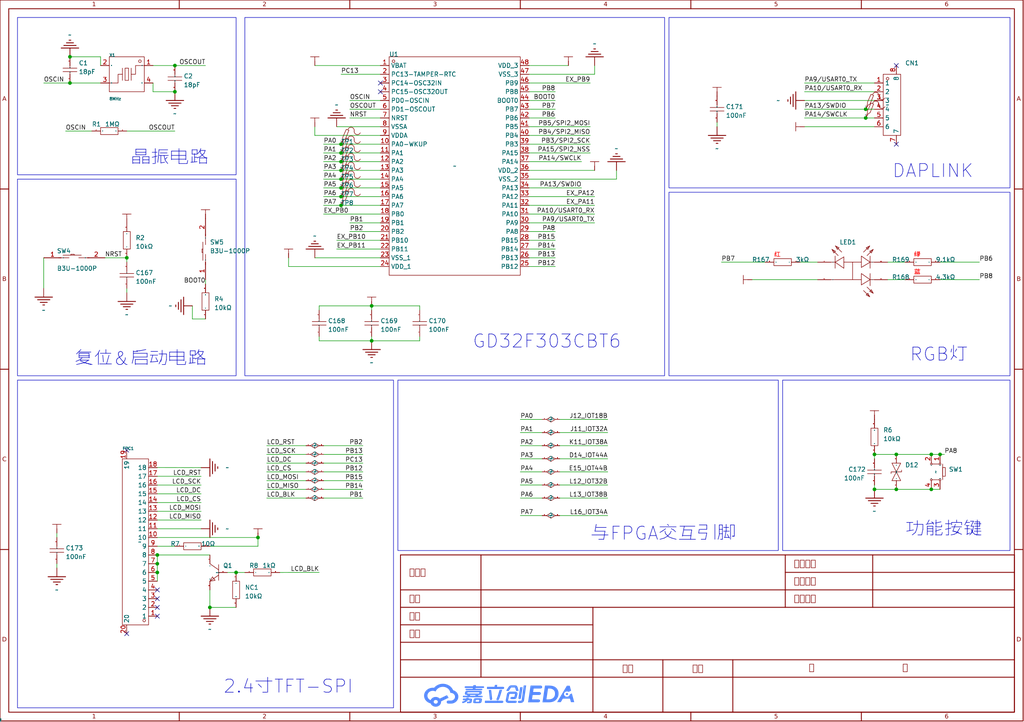
<source format=kicad_sch>
(kicad_sch (version 20250114) (generator "eeschema") (generator_version "9.0")
  (paper "User" 297.434 209.804)
  (lib_symbols
    (symbol "Library:0402CG180J500NT"
      (property "Reference" "C" (at 0 0 0))
      (symbol "0402CG180J500NT_1_0"
        (pin input line (at -3.81 0 0) (length 2.54) (name "1") (number "1"))
        (pin input line (at 3.81 0 180) (length 2.54) (name "2") (number "2"))
      )
    )
    (symbol "Library:0402ESDA-05N"
      (property "Reference" "D" (at 0 0 0))
      (symbol "0402ESDA-05N_1_0"
        (pin input line (at -5.08 0 0) (length 2.54) (name "1") (number "1"))
        (pin input line (at 5.08 0 180) (length 2.54) (name "2") (number "2"))
      )
    )
    (symbol "Library:0402WGF1001TCE"
      (property "Reference" "R" (at 0 0 0))
      (symbol "0402WGF1001TCE_1_0"
        (pin input line (at -5.08 0 0) (length 2.54) (name "1") (number "1"))
        (pin input line (at 5.08 0 180) (length 2.54) (name "2") (number "2"))
      )
    )
    (symbol "Library:0402WGF1002TCE"
      (property "Reference" "R" (at 0 0 0))
      (symbol "0402WGF1002TCE_1_0"
        (pin input line (at -5.08 0 0) (length 2.54) (name "1") (number "1"))
        (pin input line (at 5.08 0 180) (length 2.54) (name "2") (number "2"))
      )
    )
    (symbol "Library:0402WGF1004TCE"
      (property "Reference" "R" (at 0 0 0))
      (symbol "0402WGF1004TCE_1_0"
        (pin input line (at -5.08 0 0) (length 2.54) (name "1") (number "1"))
        (pin input line (at 5.08 0 180) (length 2.54) (name "2") (number "2"))
      )
    )
    (symbol "Library:0402WGF100JTCE"
      (property "Reference" "R" (at 0 0 0))
      (symbol "0402WGF100JTCE_1_0"
        (pin input line (at -5.08 0 0) (length 2.54) (name "1") (number "1"))
        (pin input line (at 5.08 0 180) (length 2.54) (name "2") (number "2"))
      )
    )
    (symbol "Library:0402WGF3001TCE"
      (property "Reference" "R" (at 0 0 0))
      (symbol "0402WGF3001TCE_1_0"
        (pin input line (at -5.08 0 0) (length 2.54) (name "1") (number "1"))
        (pin input line (at 5.08 0 180) (length 2.54) (name "2") (number "2"))
      )
    )
    (symbol "Library:0402WGF4301TCE"
      (property "Reference" "R" (at 0 0 0))
      (symbol "0402WGF4301TCE_1_0"
        (pin input line (at -5.08 0 0) (length 2.54) (name "1") (number "1"))
        (pin input line (at 5.08 0 180) (length 2.54) (name "2") (number "2"))
      )
    )
    (symbol "Library:0402WGF9101TCE"
      (property "Reference" "R" (at 0 0 0))
      (symbol "0402WGF9101TCE_1_0"
        (pin input line (at -5.08 0 0) (length 2.54) (name "1") (number "1"))
        (pin input line (at 5.08 0 180) (length 2.54) (name "2") (number "2"))
      )
    )
    (symbol "Library:B3U-1000P"
      (property "Reference" "SW" (at 0 0 0))
      (symbol "B3U-1000P_1_0"
        (pin unspecified line (at -10.16 0 0) (length 5.08) (name "1") (number "1"))
        (pin unspecified line (at 7.62 0 180) (length 5.08) (name "2") (number "2"))
      )
    )
    (symbol "Library:CL05B104KO5NNNC"
      (property "Reference" "C" (at 0 0 0))
      (symbol "CL05B104KO5NNNC_1_0"
        (pin input line (at -3.81 0 0) (length 2.54) (name "1") (number "1"))
        (pin input line (at 3.81 0 180) (length 2.54) (name "2") (number "2"))
      )
    )
    (symbol "Library:E6C0606RGBC3UDA"
      (property "Reference" "LED" (at 0 0 0))
      (symbol "E6C0606RGBC3UDA_1_0"
        (pin input line (at -10.16 2.54 0) (length 3.81) (name "-") (number "1"))
        (pin input line (at -10.16 -2.54 0) (length 3.81) (name "-") (number "3"))
        (pin input line (at 10.16 2.54 180) (length 3.81) (name "+") (number "2"))
        (pin input line (at 10.16 -2.54 180) (length 3.81) (name "-") (number "4"))
      )
    )
    (symbol "Library:FPC-05F-18PH20"
      (property "Reference" "FPC" (at 0 0 0))
      (symbol "FPC-05F-18PH20_1_0"
        (pin input line (at -5.08 21.59 0) (length 2.54) (name "1") (number "1"))
        (pin input line (at -5.08 19.05 0) (length 2.54) (name "2") (number "2"))
        (pin input line (at -5.08 16.51 0) (length 2.54) (name "3") (number "3"))
        (pin input line (at -5.08 13.97 0) (length 2.54) (name "4") (number "4"))
        (pin input line (at -5.08 11.43 0) (length 2.54) (name "5") (number "5"))
        (pin input line (at -5.08 8.89 0) (length 2.54) (name "6") (number "6"))
        (pin input line (at -5.08 6.35 0) (length 2.54) (name "7") (number "7"))
        (pin input line (at -5.08 3.81 0) (length 2.54) (name "8") (number "8"))
        (pin input line (at -5.08 1.27 0) (length 2.54) (name "9") (number "9"))
        (pin input line (at -5.08 -1.27 0) (length 2.54) (name "10") (number "10"))
        (pin input line (at -5.08 -3.81 0) (length 2.54) (name "11") (number "11"))
        (pin input line (at -5.08 -6.35 0) (length 2.54) (name "12") (number "12"))
        (pin input line (at -5.08 -8.89 0) (length 2.54) (name "13") (number "13"))
        (pin input line (at -5.08 -11.43 0) (length 2.54) (name "14") (number "14"))
        (pin input line (at -5.08 -13.97 0) (length 2.54) (name "15") (number "15"))
        (pin input line (at -5.08 -16.51 0) (length 2.54) (name "16") (number "16"))
        (pin input line (at -5.08 -19.05 0) (length 2.54) (name "17") (number "17"))
        (pin input line (at -5.08 -21.59 0) (length 2.54) (name "18") (number "18"))
        (pin input line (at 3.81 26.67 270) (length 2.54) (name "20") (number "20"))
        (pin input line (at 3.81 -26.67 90) (length 2.54) (name "19") (number "19"))
      )
    )
    (symbol "Library:GD32F303CBT6"
      (property "Reference" "U" (at 0 0 0))
      (symbol "GD32F303CBT6_1_0"
        (pin input line (at -21.59 29.21 0) (length 2.54) (name "VBAT") (number "1"))
        (pin input line (at -21.59 26.67 0) (length 2.54) (name "PC13-TAMPER-RTC") (number "2"))
        (pin input line (at -21.59 24.13 0) (length 2.54) (name "PC14-OSC32IN") (number "3"))
        (pin input line (at -21.59 21.59 0) (length 2.54) (name "PC15-OSC32OUT") (number "4"))
        (pin input line (at -21.59 19.05 0) (length 2.54) (name "PD0-OSCIN") (number "5"))
        (pin input line (at -21.59 16.51 0) (length 2.54) (name "PD1-OSCOUT") (number "6"))
        (pin input line (at -21.59 13.97 0) (length 2.54) (name "NRST") (number "7"))
        (pin input line (at -21.59 11.43 0) (length 2.54) (name "VSSA") (number "8"))
        (pin input line (at -21.59 8.89 0) (length 2.54) (name "VDDA") (number "9"))
        (pin input line (at -21.59 6.35 0) (length 2.54) (name "PA0-WKUP") (number "10"))
        (pin input line (at -21.59 3.81 0) (length 2.54) (name "PA1") (number "11"))
        (pin input line (at -21.59 1.27 0) (length 2.54) (name "PA2") (number "12"))
        (pin input line (at -21.59 -1.27 0) (length 2.54) (name "PA3") (number "13"))
        (pin input line (at -21.59 -3.81 0) (length 2.54) (name "PA4") (number "14"))
        (pin input line (at -21.59 -6.35 0) (length 2.54) (name "PA5") (number "15"))
        (pin input line (at -21.59 -8.89 0) (length 2.54) (name "PA6") (number "16"))
        (pin input line (at -21.59 -11.43 0) (length 2.54) (name "PA7") (number "17"))
        (pin input line (at -21.59 -13.97 0) (length 2.54) (name "PB0") (number "18"))
        (pin input line (at -21.59 -16.51 0) (length 2.54) (name "PB1") (number "19"))
        (pin input line (at -21.59 -19.05 0) (length 2.54) (name "PB2") (number "20"))
        (pin input line (at -21.59 -21.59 0) (length 2.54) (name "PB10") (number "21"))
        (pin input line (at -21.59 -24.13 0) (length 2.54) (name "PB11") (number "22"))
        (pin input line (at -21.59 -26.67 0) (length 2.54) (name "VSS_1") (number "23"))
        (pin input line (at -21.59 -29.21 0) (length 2.54) (name "VDD_1") (number "24"))
        (pin input line (at 21.59 29.21 180) (length 2.54) (name "VDD_3") (number "48"))
        (pin input line (at 21.59 26.67 180) (length 2.54) (name "VSS_3") (number "47"))
        (pin input line (at 21.59 24.13 180) (length 2.54) (name "PB9") (number "46"))
        (pin input line (at 21.59 21.59 180) (length 2.54) (name "PB8") (number "45"))
        (pin input line (at 21.59 19.05 180) (length 2.54) (name "BOOT0") (number "44"))
        (pin input line (at 21.59 16.51 180) (length 2.54) (name "PB7") (number "43"))
        (pin input line (at 21.59 13.97 180) (length 2.54) (name "PB6") (number "42"))
        (pin input line (at 21.59 11.43 180) (length 2.54) (name "PB5") (number "41"))
        (pin input line (at 21.59 8.89 180) (length 2.54) (name "PB4") (number "40"))
        (pin input line (at 21.59 6.35 180) (length 2.54) (name "PB3") (number "39"))
        (pin input line (at 21.59 3.81 180) (length 2.54) (name "PA15") (number "38"))
        (pin input line (at 21.59 1.27 180) (length 2.54) (name "PA14") (number "37"))
        (pin input line (at 21.59 -1.27 180) (length 2.54) (name "VDD_2") (number "36"))
        (pin input line (at 21.59 -3.81 180) (length 2.54) (name "VSS_2") (number "35"))
        (pin input line (at 21.59 -6.35 180) (length 2.54) (name "PA13") (number "34"))
        (pin input line (at 21.59 -8.89 180) (length 2.54) (name "PA12") (number "33"))
        (pin input line (at 21.59 -11.43 180) (length 2.54) (name "PA11") (number "32"))
        (pin input line (at 21.59 -13.97 180) (length 2.54) (name "PA10") (number "31"))
        (pin input line (at 21.59 -16.51 180) (length 2.54) (name "PA9") (number "30"))
        (pin input line (at 21.59 -19.05 180) (length 2.54) (name "PA8") (number "29"))
        (pin input line (at 21.59 -21.59 180) (length 2.54) (name "PB15") (number "28"))
        (pin input line (at 21.59 -24.13 180) (length 2.54) (name "PB14") (number "27"))
        (pin input line (at 21.59 -26.67 180) (length 2.54) (name "PB13") (number "26"))
        (pin input line (at 21.59 -29.21 180) (length 2.54) (name "PB12") (number "25"))
      )
    )
    (symbol "Library:Ground-GND" (power) (pin_numbers (hide yes)) (pin_names (hide yes))
      (symbol "Ground-GND_1_0"
        (pin power_in line (at 0 0 270) (length 2.54) (name "") (number "1"))
      )
    )
    (symbol "Library:PTS815SJK250SMTRLFS"
      (symbol "PTS815SJK250SMTRLFS_1_0"
        (pin input line (at -5.08 1.27 0) (length 2.54) (name "1") (number "1"))
        (pin input line (at -5.08 -1.27 0) (length 2.54) (name "2") (number "2"))
        (pin input line (at 5.08 1.27 180) (length 2.54) (name "3") (number "3"))
        (pin input line (at 5.08 -1.27 180) (length 2.54) (name "4") (number "4"))
      )
    )
    (symbol "Library:Power-VCC" (power) (pin_numbers (hide yes)) (pin_names (hide yes))
      (symbol "Power-VCC_1_0"
        (pin power_in line (at 0 0 90) (length 1.27) (name "+5V_IN") (number "1"))
      )
    )
    (symbol "Library:S8050_C2146"
      (property "Reference" "Q" (at 0 0 0))
      (symbol "S8050_C2146_1_0"
        (pin unspecified line (at -2.54 0 0) (length 2.54) (name "B") (number "1"))
        (pin unspecified line (at 2.54 5.08 270) (length 2.54) (name "C") (number "3"))
        (pin unspecified line (at 2.54 -5.08 90) (length 2.54) (name "E") (number "2"))
      )
    )
    (symbol "Library:Sheet-Symbol_A4"
      (symbol "Sheet-Symbol_A4_1_0"
        (text "A" (at 1.27 180.7972 0) (effects (font (size 1.27 1.27))))
        (text "B" (at 1.27 128.4224 0) (effects (font (size 1.27 1.27))))
        (text "C" (at 1.27 76.0222 0) (effects (font (size 1.27 1.27))))
        (text "D" (at 1.27 23.6474 0) (effects (font (size 1.27 1.27))))
        (text "1" (at 27.305 208.28 0) (effects (font (size 1.27 1.27))))
        (text "1" (at 27.305 1.27 0) (effects (font (size 1.27 1.27))))
        (text "2" (at 76.835 208.28 0) (effects (font (size 1.27 1.27))))
        (text "2" (at 76.835 1.27 0) (effects (font (size 1.27 1.27))))
        (text "原理图" (at 118.872 43.18 0) (effects (font (size 1.905 1.905)) (justify left)))
        (text "图页" (at 118.872 35.56 0) (effects (font (size 1.905 1.905)) (justify left)))
        (text "绘制" (at 118.872 30.48 0) (effects (font (size 1.905 1.905)) (justify left)))
        (text "审阅" (at 118.872 25.4 0) (effects (font (size 1.905 1.905)) (justify left)))
        (text "3" (at 126.365 208.28 0) (effects (font (size 1.27 1.27))))
        (text "3" (at 126.365 1.27 0) (effects (font (size 1.27 1.27))))
        (text "4" (at 175.895 208.28 0) (effects (font (size 1.27 1.27))))
        (text "4" (at 175.895 1.27 0) (effects (font (size 1.27 1.27))))
        (text "版本" (at 182.372 15.24 0) (effects (font (size 1.905 1.905))))
        (text "尺寸" (at 202.692 15.24 0) (effects (font (size 1.905 1.905))))
        (text "5" (at 225.425 208.28 0) (effects (font (size 1.27 1.27))))
        (text "5" (at 225.425 1.27 0) (effects (font (size 1.27 1.27))))
        (text "更新日期" (at 230.632 45.72 0) (effects (font (size 1.905 1.905)) (justify left)))
        (text "创建日期" (at 230.632 40.64 0) (effects (font (size 1.905 1.905)) (justify left)))
        (text "物料编码" (at 230.632 35.56 0) (effects (font (size 1.905 1.905)) (justify left)))
        (text "页" (at 234.95 15.494 0) (effects (font (size 1.905 1.905)) (justify left)))
        (text "共" (at 262.128 15.494 0) (effects (font (size 1.905 1.905)) (justify left)))
        (text "6" (at 274.955 208.28 0) (effects (font (size 1.27 1.27))))
        (text "6" (at 274.955 1.27 0) (effects (font (size 1.27 1.27))))
        (text "A" (at 295.91 180.7972 0) (effects (font (size 1.27 1.27))))
        (text "B" (at 295.91 128.4224 0) (effects (font (size 1.27 1.27))))
        (text "C" (at 295.91 76.0222 0) (effects (font (size 1.27 1.27))))
        (text "D" (at 295.91 23.6474 0) (effects (font (size 1.27 1.27))))
      )
    )
    (symbol "Library:Short-Symbol"
      (symbol "Short-Symbol_1_0"
        (pin input line (at -2.54 0 0) (length 1.27) (name "Pin1") (number "1"))
        (pin input line (at 2.54 0 180) (length 1.27) (name "Pin1") (number "2"))
      )
    )
    (symbol "Library:Test-Point"
      (symbol "Test-Point_1_0"
        (pin input line (at 0 0 90) (length 0.254) (name "1") (number "1"))
      )
    )
    (symbol "Library:WAFER-100W-6A"
      (property "Reference" "CN" (at 0 0 0))
      (symbol "WAFER-100W-6A_1_0"
        (pin unspecified line (at -3.81 6.35 0) (length 2.54) (name "1") (number "1"))
        (pin unspecified line (at -3.81 3.81 0) (length 2.54) (name "2") (number "2"))
        (pin unspecified line (at -3.81 1.27 0) (length 2.54) (name "3") (number "3"))
        (pin unspecified line (at -3.81 -1.27 0) (length 2.54) (name "4") (number "4"))
        (pin unspecified line (at -3.81 -3.81 0) (length 2.54) (name "5") (number "5"))
        (pin unspecified line (at -3.81 -6.35 0) (length 2.54) (name "6") (number "6"))
        (pin unspecified line (at 2.54 11.43 270) (length 2.54) (name "8") (number "8"))
        (pin unspecified line (at 2.54 -11.43 90) (length 2.54) (name "7") (number "7"))
      )
    )
    (symbol "Library:X32258MOB4SI"
      (property "Reference" "X" (at 0 0 0))
      (symbol "X32258MOB4SI_1_0"
        (pin input line (at -7.62 2.54 0) (length 2.54) (name "GND") (number "4"))
        (pin input line (at -7.62 -2.54 0) (length 2.54) (name "1") (number "1"))
        (pin input line (at 7.62 2.54 180) (length 2.54) (name "3") (number "3"))
        (pin input line (at 7.62 -2.54 180) (length 2.54) (name "GND") (number "2"))
      )
    )
  )
  (rectangle (start 5.08 52.07) (end 68.58 109.22))
  (rectangle (start 71.12 5.08) (end 193.04 109.22))
  (rectangle (start 115.57 110.49) (end 226.06 160.02))
  (rectangle (start 194.31 5.08) (end 293.37 54.61))
  (rectangle (start 5.08 5.08) (end 68.58 50.8))
  (rectangle (start 194.31 55.88) (end 293.37 109.22))
  (rectangle (start 5.08 110.49) (end 114.3 205.74))
  (rectangle (start 227.33 110.49) (end 293.37 160.02))
  (text "绿" (at 265.43 74.93 0) (effects (font (size 1.27 1.27)) (justify left bottom)))
  (text "2.4寸TFT-SPI" (at 64.77 201.93 0) (effects (font (size 3.81 3.81)) (justify left bottom)))
  (text "功能按键" (at 262.89 156.21 0) (effects (font (size 3.81 3.81)) (justify left bottom)))
  (text "蓝" (at 265.43 80.01 0) (effects (font (size 1.27 1.27)) (justify left bottom)))
  (text "DAPLINK" (at 259.08 52.07 0) (effects (font (size 3.81 3.81)) (justify left bottom)))
  (text "红" (at 224.79 74.93 0) (effects (font (size 1.27 1.27)) (justify left bottom)))
  (text "与FPGA交互引脚" (at 171.45 157.48 0) (effects (font (size 3.81 3.81)) (justify left bottom)))
  (text "GD32F303CBT6" (at 137.16 101.6 0) (effects (font (size 3.81 3.81)) (justify left bottom)))
  (text "RGB灯" (at 264.16 105.41 0) (effects (font (size 3.81 3.81)) (justify left bottom)))
  (text "复位&启动电路" (at 21.59 106.68 0) (effects (font (size 3.81 3.81)) (justify left bottom)))
  (text "晶振电路" (at 38.1 48.26 0) (effects (font (size 3.81 3.81)) (justify left bottom)))
  (junction (at 99.06 57.15))
  (junction (at 260.35 142.24))
  (junction (at 273.05 132.08))
  (junction (at 260.35 132.08))
  (junction (at 99.06 54.61))
  (junction (at 107.95 88.9))
  (junction (at 60.96 176.5554))
  (junction (at 270.51 142.24))
  (junction (at 251.46 34.29))
  (junction (at 45.6946 166.3954))
  (junction (at 50.8 26.67))
  (junction (at 99.06 41.91))
  (junction (at 270.51 132.08))
  (junction (at 99.06 44.45))
  (junction (at 254 142.24))
  (junction (at 20.32 16.51))
  (junction (at 251.46 31.75))
  (junction (at 45.6946 161.3154))
  (junction (at 107.95 99.06))
  (junction (at 20.32 24.13))
  (junction (at 68.58 166.3954))
  (junction (at 50.8 19.05))
  (junction (at 74.93 156.2354))
  (junction (at 254 132.08))
  (junction (at 99.06 52.07))
  (junction (at 36.83 74.93))
  (junction (at 99.06 46.99))
  (junction (at 99.06 49.53))
  (junction (at 99.06 59.69))
  (junction (at 45.6946 163.8554))
  (no_connect (at 110.49 26.67))
  (no_connect (at 36.8046 184.1754))
  (no_connect (at 110.49 24.13))
  (no_connect (at 45.6946 179.0954))
  (no_connect (at 45.6946 171.4754))
  (no_connect (at 45.6946 174.0154))
  (no_connect (at 45.6946 176.5554))
  (no_connect (at 260.35 19.05))
  (no_connect (at 260.35 41.91))
  (no_connect (at 36.8046 130.8354))
  (wire (pts (xy 16.51 156.21) (xy 16.51 154.94)))
  (wire (pts (xy 110.49 36.83) (xy 97.79 36.83)))
  (wire (pts (xy 44.45 19.05) (xy 50.8 19.05)))
  (wire (pts (xy 107.95 99.06) (xy 92.71 99.06)))
  (wire (pts (xy 58.42 148.6154) (xy 45.72 148.6154)))
  (wire (pts (xy 254 29.21) (xy 233.68 29.21)))
  (wire (pts (xy 254 142.24) (xy 260.35 142.24)))
  (wire (pts (xy 55.88 138.4554) (xy 58.42 138.4554)))
  (wire (pts (xy 260.35 132.08) (xy 270.51 132.08)))
  (wire (pts (xy 36.83 76.2) (xy 36.83 74.93)))
  (wire (pts (xy 176.53 140.97) (xy 162.56 140.97)))
  (wire (pts (xy 172.72 19.05) (xy 172.72 21.59)))
  (wire (pts (xy 101.6 31.75) (xy 110.49 31.75)))
  (wire (pts (xy 110.49 41.91) (xy 99.06 41.91)))
  (wire (pts (xy 105.41 129.54) (xy 93.98 129.54)))
  (wire (pts (xy 110.49 54.61) (xy 99.06 54.61)))
  (wire (pts (xy 45.6946 138.43) (xy 55.88 138.43)))
  (wire (pts (xy 172.72 59.69) (xy 153.67 59.69)))
  (wire (pts (xy 273.05 81.28) (xy 284.48 81.28)))
  (wire (pts (xy 162.56 149.86) (xy 176.53 149.86)))
  (wire (pts (xy 157.48 140.97) (xy 151.13 140.97)))
  (wire (pts (xy 161.29 34.29) (xy 153.67 34.29)))
  (wire (pts (xy 60.96 176.5554) (xy 60.96 171.4754)))
  (wire (pts (xy 93.98 46.99) (xy 99.06 46.99)))
  (wire (pts (xy 161.29 26.67) (xy 153.67 26.67)))
  (wire (pts (xy 153.67 24.13) (xy 171.45 24.13)))
  (wire (pts (xy 273.05 142.24) (xy 270.51 142.24)))
  (wire (pts (xy 45.6946 163.8554) (xy 45.6946 161.3154)))
  (wire (pts (xy 176.53 125.73) (xy 162.56 125.73)))
  (wire (pts (xy 16.51 165.1) (xy 16.51 163.83)))
  (wire (pts (xy 92.71 88.9) (xy 107.95 88.9)))
  (wire (pts (xy 110.49 46.99) (xy 99.06 46.99)))
  (wire (pts (xy 93.98 41.91) (xy 99.06 41.91)))
  (wire (pts (xy 110.49 44.45) (xy 99.06 44.45)))
  (wire (pts (xy 99.06 21.59) (xy 110.49 21.59)))
  (wire (pts (xy 50.8 38.1) (xy 36.83 38.1)))
  (wire (pts (xy 105.41 134.62) (xy 93.98 134.62)))
  (wire (pts (xy 59.69 82.55) (xy 59.69 81.28)))
  (wire (pts (xy 254 24.13) (xy 233.68 24.13)))
  (wire (pts (xy 110.49 49.53) (xy 99.06 49.53)))
  (wire (pts (xy 92.71 90.17) (xy 92.71 88.9)))
  (wire (pts (xy 26.67 38.1) (xy 19.05 38.1)))
  (wire (pts (xy 157.48 125.73) (xy 151.13 125.73)))
  (wire (pts (xy 12.7 83.82) (xy 12.7 74.93)))
  (wire (pts (xy 12.7 24.13) (xy 20.32 24.13)))
  (wire (pts (xy 254 140.97) (xy 254 142.24)))
  (wire (pts (xy 60.96 158.7754) (xy 74.93 158.7754)))
  (wire (pts (xy 254 31.75) (xy 251.46 31.75)))
  (wire (pts (xy 91.44 39.37) (xy 110.49 39.37)))
  (wire (pts (xy 121.92 97.79) (xy 121.92 99.06)))
  (wire (pts (xy 105.41 144.78) (xy 93.98 144.78)))
  (wire (pts (xy 93.98 59.69) (xy 99.06 59.69)))
  (wire (pts (xy 110.49 72.39) (xy 97.79 72.39)))
  (wire (pts (xy 233.68 31.75) (xy 251.46 31.75)))
  (wire (pts (xy 254 36.83) (xy 233.68 36.83)))
  (wire (pts (xy 161.29 72.39) (xy 153.67 72.39)))
  (wire (pts (xy 176.53 129.54) (xy 162.56 129.54)))
  (wire (pts (xy 29.21 16.51) (xy 20.32 16.51)))
  (wire (pts (xy 176.53 133.35) (xy 162.56 133.35)))
  (wire (pts (xy 50.8 26.67) (xy 44.45 26.67)))
  (wire (pts (xy 50.8 158.7754) (xy 45.6946 158.7754)))
  (wire (pts (xy 105.41 139.7) (xy 93.98 139.7)))
  (wire (pts (xy 208.28 35.56) (xy 208.28 36.83)))
  (wire (pts (xy 121.92 88.9) (xy 107.95 88.9)))
  (wire (pts (xy 110.49 52.07) (xy 99.06 52.07)))
  (wire (pts (xy 153.67 46.99) (xy 168.91 46.99)))
  (wire (pts (xy 83.82 74.93) (xy 83.82 77.47)))
  (wire (pts (xy 105.41 142.24) (xy 93.98 142.24)))
  (wire (pts (xy 110.49 57.15) (xy 99.06 57.15)))
  (wire (pts (xy 105.41 137.16) (xy 93.98 137.16)))
  (wire (pts (xy 68.58 166.3954) (xy 66.04 166.3954)))
  (wire (pts (xy 157.48 144.78) (xy 151.13 144.78)))
  (wire (pts (xy 74.93 156.2354) (xy 45.6946 156.2354)))
  (wire (pts (xy 151.13 149.86) (xy 157.48 149.86)))
  (wire (pts (xy 36.83 74.93) (xy 30.48 74.93)))
  (wire (pts (xy 55.88 92.71) (xy 55.88 88.9)))
  (wire (pts (xy 110.49 67.31) (xy 101.6 67.31)))
  (wire (pts (xy 105.41 132.08) (xy 93.98 132.08)))
  (wire (pts (xy 254 133.35) (xy 254 132.08)))
  (wire (pts (xy 58.42 151.1554) (xy 45.6946 151.1554)))
  (wire (pts (xy 153.67 39.37) (xy 171.45 39.37)))
  (wire (pts (xy 101.6 29.21) (xy 110.49 29.21)))
  (wire (pts (xy 172.72 64.77) (xy 153.67 64.77)))
  (wire (pts (xy 161.29 69.85) (xy 153.67 69.85)))
  (wire (pts (xy 172.72 21.59) (xy 153.67 21.59)))
  (wire (pts (xy 161.29 74.93) (xy 153.67 74.93)))
  (wire (pts (xy 97.79 69.85) (xy 110.49 69.85)))
  (wire (pts (xy 172.72 57.15) (xy 153.67 57.15)))
  (wire (pts (xy 161.29 67.31) (xy 153.67 67.31)))
  (wire (pts (xy 274.32 132.08) (xy 273.05 132.08)))
  (wire (pts (xy 29.21 24.13) (xy 20.32 24.13)))
  (wire (pts (xy 83.82 77.47) (xy 110.49 77.47)))
  (wire (pts (xy 153.67 19.05) (xy 165.1 19.05)))
  (wire (pts (xy 58.42 153.6954) (xy 45.6946 153.6954)))
  (wire (pts (xy 45.72 135.89) (xy 58.42 135.9154)))
  (wire (pts (xy 151.13 121.92) (xy 157.48 121.92)))
  (wire (pts (xy 176.53 137.16) (xy 162.56 137.16)))
  (wire (pts (xy 58.42 146.0754) (xy 45.72 146.0754)))
  (wire (pts (xy 77.47 137.16) (xy 88.9 137.16)))
  (wire (pts (xy 44.45 26.67) (xy 44.45 24.13)))
  (wire (pts (xy 157.48 133.35) (xy 151.13 133.35)))
  (wire (pts (xy 77.47 142.24) (xy 88.9 142.24)))
  (wire (pts (xy 237.49 81.28) (xy 218.44 81.28)))
  (wire (pts (xy 121.92 99.06) (xy 107.95 99.06)))
  (wire (pts (xy 36.83 85.09) (xy 36.83 83.82)))
  (wire (pts (xy 260.35 132.08) (xy 254 132.08)))
  (wire (pts (xy 260.35 142.24) (xy 270.51 142.24)))
  (wire (pts (xy 273.05 76.2) (xy 284.48 76.2)))
  (wire (pts (xy 29.21 19.05) (xy 29.21 16.51)))
  (wire (pts (xy 161.29 29.21) (xy 153.67 29.21)))
  (wire (pts (xy 254 26.67) (xy 233.68 26.67)))
  (wire (pts (xy 77.47 129.54) (xy 88.9 129.54)))
  (wire (pts (xy 254 34.29) (xy 251.46 34.29)))
  (wire (pts (xy 93.98 52.07) (xy 99.06 52.07)))
  (wire (pts (xy 161.29 77.47) (xy 153.67 77.47)))
  (wire (pts (xy 71.12 166.3954) (xy 68.58 166.3954)))
  (wire (pts (xy 74.93 158.7754) (xy 74.93 156.2354)))
  (wire (pts (xy 161.29 31.75) (xy 153.67 31.75)))
  (wire (pts (xy 179.07 49.53) (xy 179.07 52.07)))
  (wire (pts (xy 101.6 34.29) (xy 110.49 34.29)))
  (wire (pts (xy 88.9 139.7) (xy 77.47 139.7)))
  (wire (pts (xy 222.25 76.2) (xy 209.55 76.2)))
  (wire (pts (xy 110.49 59.69) (xy 99.06 59.69)))
  (wire (pts (xy 107.95 97.79) (xy 107.95 99.06)))
  (wire (pts (xy 162.56 121.92) (xy 176.53 121.92)))
  (wire (pts (xy 77.47 144.78) (xy 88.9 144.78)))
  (wire (pts (xy 153.67 49.53) (xy 172.72 49.53)))
  (wire (pts (xy 93.98 54.61) (xy 99.06 54.61)))
  (wire (pts (xy 93.98 57.15) (xy 99.06 57.15)))
  (wire (pts (xy 157.48 137.16) (xy 151.13 137.16)))
  (wire (pts (xy 58.42 140.9954) (xy 45.72 140.9954)))
  (wire (pts (xy 270.51 132.08) (xy 273.05 132.08)))
  (wire (pts (xy 45.6946 166.3954) (xy 45.72 168.9354)))
  (wire (pts (xy 107.95 90.17) (xy 107.95 88.9)))
  (wire (pts (xy 58.42 143.5354) (xy 45.72 143.5354)))
  (wire (pts (xy 60.96 161.3154) (xy 45.6946 161.3154)))
  (wire (pts (xy 59.69 92.71) (xy 55.88 92.71)))
  (wire (pts (xy 81.28 166.3954) (xy 92.71 166.37)))
  (wire (pts (xy 237.49 76.2) (xy 232.41 76.2)))
  (wire (pts (xy 45.6946 166.3954) (xy 45.6946 163.8554)))
  (wire (pts (xy 110.49 62.23) (xy 93.98 62.23)))
  (wire (pts (xy 68.58 176.5554) (xy 60.96 176.5554)))
  (wire (pts (xy 153.67 36.83) (xy 171.45 36.83)))
  (wire (pts (xy 257.81 81.28) (xy 262.89 81.28)))
  (wire (pts (xy 77.47 132.08) (xy 88.9 132.08)))
  (wire (pts (xy 91.44 36.83) (xy 91.44 39.37)))
  (wire (pts (xy 157.48 129.54) (xy 151.13 129.54)))
  (wire (pts (xy 110.49 64.77) (xy 101.6 64.77)))
  (wire (pts (xy 168.91 54.61) (xy 153.67 54.61)))
  (wire (pts (xy 93.98 44.45) (xy 99.06 44.45)))
  (wire (pts (xy 153.67 44.45) (xy 171.45 44.45)))
  (wire (pts (xy 179.07 52.07) (xy 153.67 52.07)))
  (wire (pts (xy 121.92 90.17) (xy 121.92 88.9)))
  (wire (pts (xy 50.8 19.05) (xy 59.69 19.05)))
  (wire (pts (xy 92.71 97.79) (xy 92.71 99.06)))
  (wire (pts (xy 176.53 144.78) (xy 162.56 144.78)))
  (wire (pts (xy 153.67 41.91) (xy 171.45 41.91)))
  (wire (pts (xy 233.68 34.29) (xy 251.46 34.29)))
  (wire (pts (xy 77.47 134.62) (xy 88.9 134.62)))
  (wire (pts (xy 93.98 49.53) (xy 99.06 49.53)))
  (wire (pts (xy 257.81 76.2) (xy 262.89 76.2)))
  (wire (pts (xy 172.72 62.23) (xy 153.67 62.23)))
  (wire (pts (xy 110.49 74.93) (xy 91.44 74.93)))
  (wire (pts (xy 91.44 19.05) (xy 110.49 19.05)))
  (label "BOOT0" (at 161.29 29.21 180))
  (label "PA13/SWDIO" (at 233.68 31.75 0))
  (label "LCD_SCK" (at 77.47 132.08 0))
  (label "LCD_CS" (at 58.42 146.0754 180))
  (label "PA3" (at 151.13 133.35 0))
  (label "PA4" (at 151.13 137.16 0))
  (label "PB15" (at 105.41 139.7 180))
  (label "EX_PB9" (at 171.45 24.13 180))
  (label "PB1" (at 101.6 64.77 0))
  (label "PC13" (at 99.06 21.59 0))
  (label "LCD_DC" (at 77.47 134.62 0))
  (label "PA1" (at 151.13 125.73 0))
  (label "PA6" (at 151.13 144.78 0))
  (label "LCD_SCK" (at 58.42 140.9954 180))
  (label "LCD_BLK" (at 92.71 166.37 180))
  (label "PC13" (at 105.41 134.62 180))
  (label "EX_PA11" (at 172.72 59.69 180))
  (label "L13_IOT38B" (at 176.53 144.78 180))
  (label "EX_PB10" (at 97.79 69.85 0))
  (label "LCD_BLK" (at 77.47 144.78 0))
  (label "PB14" (at 105.41 142.24 180))
  (label "PA7" (at 93.98 59.69 0))
  (label "OSCIN" (at 12.7 24.13 0))
  (label "PA4" (at 93.98 52.07 0))
  (label "PA6" (at 93.98 57.15 0))
  (label "EX_PA12" (at 172.72 57.15 180))
  (label "PA8" (at 161.29 67.31 180))
  (label "J12_IOT18B" (at 176.53 121.92 180))
  (label "PB2" (at 105.41 129.54 180))
  (label "PB13" (at 105.41 132.08 180))
  (label "E15_IOT44B" (at 176.53 137.16 180))
  (label "PB4/SPI2_MISO" (at 171.45 39.37 180))
  (label "PB14" (at 161.29 72.39 180))
  (label "LCD_CS" (at 77.47 137.16 0))
  (label "LCD_RST" (at 58.42 138.4554 180))
  (label "LCD_MISO" (at 58.42 151.1554 180))
  (label "LCD_MOSI" (at 77.47 139.7 0))
  (label "NRST" (at 101.6 34.29 0))
  (label "PA8" (at 274.32 132.08 0))
  (label "PA5" (at 151.13 140.97 0))
  (label "PB13" (at 161.29 74.93 180))
  (label "D14_IOT44A" (at 176.53 133.35 180))
  (label "PB5/SPI2_MOSI" (at 171.45 36.83 180))
  (label "PA10/USART0_RX" (at 172.72 62.23 180))
  (label "EX_PB11" (at 97.79 72.39 0))
  (label "PB6" (at 284.48 76.2 0))
  (label "OSCOUT" (at 59.69 19.05 180))
  (label "PB12" (at 161.29 77.47 180))
  (label "PB1" (at 105.41 144.78 180))
  (label "BOOT0" (at 59.69 82.55 180))
  (label "PA7" (at 151.13 149.86 0))
  (label "PA0" (at 93.98 41.91 0))
  (label "L12_IOT32B" (at 176.53 140.97 180))
  (label "PA2" (at 93.98 46.99 0))
  (label "PA14/SWCLK" (at 233.68 34.29 0))
  (label "PA2" (at 151.13 129.54 0))
  (label "PA0" (at 151.13 121.92 0))
  (label "PB15" (at 161.29 69.85 180))
  (label "PB8" (at 161.29 26.67 180))
  (label "J11_IOT32A" (at 176.53 125.73 180))
  (label "LCD_MOSI" (at 58.42 148.6154 180))
  (label "OSCIN" (at 101.6 29.21 0))
  (label "PB2" (at 101.6 67.31 0))
  (label "L16_IOT34A" (at 176.53 149.86 180))
  (label "PA9/USART0_TX" (at 233.68 24.13 0))
  (label "OSCOUT" (at 101.6 31.75 0))
  (label "PA9/USART0_TX" (at 172.72 64.77 180))
  (label "PB8" (at 284.48 81.28 0))
  (label "PB12" (at 105.41 137.16 180))
  (label "PA5" (at 93.98 54.61 0))
  (label "PA10/USART0_RX" (at 233.68 26.67 0))
  (label "OSCOUT" (at 50.8 38.1 180))
  (label "OSCIN" (at 19.05 38.1 0))
  (label "LCD_MISO" (at 77.47 142.24 0))
  (label "PB3/SPI2_SCK" (at 171.45 41.91 180))
  (label "PA1" (at 93.98 44.45 0))
  (label "PB6" (at 161.29 34.29 180))
  (label "PA15/SPI2_NSS" (at 171.45 44.45 180))
  (label "PA14/SWCLK" (at 168.91 46.99 180))
  (label "EX_PB0" (at 93.98 62.23 0))
  (label "LCD_DC" (at 58.42 143.5354 180))
  (label "LCD_RST" (at 77.47 129.54 0))
  (label "NRST" (at 30.48 74.93 0))
  (label "PA3" (at 93.98 49.53 0))
  (label "PB7" (at 161.29 31.75 180))
  (label "K11_IOT38A" (at 176.53 129.54 180))
  (label "PB7" (at 209.55 76.2 0))
  (label "PA13/SWDIO" (at 168.91 54.61 180))
  (symbol (lib_id "Library:0402WGF4301TCE") (at 267.97 81.28 0) (unit 1)
    (property "Reference" "R168" (at 259.08 81.28 0) (effects (justify left bottom)))
    (property "Value" "4.3kΩ" (at 271.78 81.28 0) (effects (justify left bottom)))
    (property "Footprint" "ProPrj_立创·-easyedapro:R0402" (effects (hide yes)))
    (property "Datasheet" "https://atta.szlcsc.com/upload/public/pdf/source/20200306/C422600_1E6D84923E4A46A82E41ADD87F860B5C.pdf" (effects (hide yes)))
    (property "Description" "电阻类型:厚膜电阻;阻值:4.3kΩ;精度:±1%;功率:62.5mW;最大工作电压:50V;温度系数:±100ppm/°C;" (effects (hide yes)))
    (property "Manufacturer Part" "0402WGF4301TCE" (effects (hide yes)))
    (property "Manufacturer" "UNI-ROYAL(厚声)" (effects (hide yes)))
    (property "Supplier Part" "C25899" (effects (hide yes)))
    (property "Supplier" "LCSC" (effects (hide yes)))
    (property "LCSC Part Name" "4.3kΩ ±1% 62.5mW 厚膜电阻" (effects (hide yes)))
  )
  (symbol (lib_id "Library:Power-VCC") (at 91.44 36.83 0) (unit 1)
    (property "Reference" "#PWR?" (effects (hide yes)))
    (property "Value" "+3.3V" (effects (hide yes)))
    (property "Footprint" "ProPrj_立创·-easyedapro:" (effects (hide yes)))
  )
  (symbol (lib_id "Library:B3U-1000P") (at 22.86 74.93 0) (unit 1)
    (property "Reference" "SW4" (at 16.51 73.66 0) (effects (justify left bottom)))
    (property "Value" "B3U-1000P" (at 16.51 78.74 0) (effects (justify left bottom)))
    (property "Footprint" "ProPrj_立创·-easyedapro:KEY-SMD_B3U-1000PM" (effects (hide yes)))
    (property "Description" "电路结构:单刀单掷;按钮形状:圆形按钮;作用力:153gf;安装方式:立贴;开关长度:3mm;开关宽度:2.5mm;开关高度:1.6mm;触点电流:50mA;额定电压(DC):12V;带灯:-;机械寿命:-;" (effects (hide yes)))
    (property "Manufacturer Part" "B3U-1000P" (effects (hide yes)))
    (property "Manufacturer" "OMRON(欧姆龙)" (effects (hide yes)))
    (property "Supplier Part" "C231329" (effects (hide yes)))
    (property "Supplier" "LCSC" (effects (hide yes)))
    (property "LCSC Part Name" "3*2.5*1.6mm 立贴 轻触开关" (effects (hide yes)))
  )
  (symbol (lib_id "Library:Ground-GND") (at 16.51 165.1 0) (unit 1)
    (property "Reference" "#PWR?" (effects (hide yes)))
    (property "Value" "~" (at 16.51 171.45 0))
    (property "Footprint" "ProPrj_立创·-easyedapro:" (effects (hide yes)))
  )
  (symbol (lib_id "Library:Short-Symbol") (at 91.44 129.54 0) (unit 1)
    (property "Reference" "?" (at 91.44 129.54 0))
    (property "Value" "~" (at 91.44 129.54 0))
    (property "Footprint" "ProPrj_立创·-easyedapro:" (effects (hide yes)))
  )
  (symbol (lib_id "Library:0402WGF100JTCE") (at 55.88 158.7754 0) (unit 1)
    (property "Reference" "R7" (at 49.53 158.7754 0) (effects (justify left bottom)))
    (property "Value" "10Ω" (at 58.42 158.7754 0) (effects (justify left bottom)))
    (property "Footprint" "ProPrj_立创·-easyedapro:R0402" (effects (hide yes)))
    (property "Datasheet" "https://atta.szlcsc.com/upload/public/pdf/source/20200306/C422600_1E6D84923E4A46A82E41ADD87F860B5C.pdf" (effects (hide yes)))
    (property "Description" "电阻类型:厚膜电阻;阻值:10Ω;精度:±1%;功率:62.5mW;温度系数:±200ppm/°C;" (effects (hide yes)))
    (property "Manufacturer Part" "0402WGF100JTCE" (effects (hide yes)))
    (property "Manufacturer" "UNI-ROYAL(厚声)" (effects (hide yes)))
    (property "Supplier Part" "C25077" (effects (hide yes)))
    (property "Supplier" "LCSC" (effects (hide yes)))
    (property "LCSC Part Name" "厚膜电阻 10Ω ±1% 62.5mW" (effects (hide yes)))
  )
  (symbol (lib_id "Library:0402WGF9101TCE") (at 267.97 76.2 0) (unit 1)
    (property "Reference" "R169" (at 259.08 76.2 0) (effects (justify left bottom)))
    (property "Value" "9.1kΩ" (at 271.78 76.2 0) (effects (justify left bottom)))
    (property "Footprint" "ProPrj_立创·-easyedapro:R0402" (effects (hide yes)))
    (property "Datasheet" "https://atta.szlcsc.com/upload/public/pdf/source/20200306/C422600_1E6D84923E4A46A82E41ADD87F860B5C.pdf" (effects (hide yes)))
    (property "Description" "电阻类型:厚膜电阻;阻值:9.1kΩ;精度:±1%;功率:62.5mW;" (effects (hide yes)))
    (property "Manufacturer Part" "0402WGF9101TCE" (effects (hide yes)))
    (property "Manufacturer" "UNI-ROYAL(厚声)" (effects (hide yes)))
    (property "Supplier Part" "C25926" (effects (hide yes)))
    (property "Supplier" "LCSC" (effects (hide yes)))
    (property "LCSC Part Name" "9.1kΩ ±1% 62.5mW" (effects (hide yes)))
  )
  (symbol (lib_id "Library:Ground-GND") (at 208.28 36.83 0) (unit 1)
    (property "Reference" "#PWR?" (effects (hide yes)))
    (property "Value" "~" (at 208.28 43.18 0))
    (property "Footprint" "ProPrj_立创·-easyedapro:" (effects (hide yes)))
  )
  (symbol (lib_id "Library:0402WGF1002TCE") (at 59.69 87.63 90) (unit 1)
    (property "Reference" "R4" (at 62.23 87.63 90) (effects (justify right top)))
    (property "Value" "10kΩ" (at 62.23 90.17 90) (effects (justify right top)))
    (property "Footprint" "ProPrj_立创·-easyedapro:R0402" (effects (hide yes)))
    (property "Datasheet" "https://atta.szlcsc.com/upload/public/pdf/source/20200306/C422600_1E6D84923E4A46A82E41ADD87F860B5C.pdf" (effects (hide yes)))
    (property "Description" "电阻类型:厚膜电阻;阻值:10kΩ;精度:±1%;功率:62.5mW;温度系数:±100ppm/°C;" (effects (hide yes)))
    (property "Manufacturer Part" "0402WGF1002TCE" (effects (hide yes)))
    (property "Manufacturer" "UNI-ROYAL(厚声)" (effects (hide yes)))
    (property "Supplier Part" "C25744" (effects (hide yes)))
    (property "Supplier" "LCSC" (effects (hide yes)))
    (property "LCSC Part Name" "厚膜电阻 10kΩ ±1% 62.5mW" (effects (hide yes)))
  )
  (symbol (lib_id "Library:Sheet-Symbol_A4") (at 0 209.55 0) (unit 1)
    (property "Reference" "?" (at 0 209.55 0))
    (property "Value" "~" (at 0 209.55 0))
    (property "Footprint" "ProPrj_立创·-easyedapro:" (effects (hide yes)))
    (property "@Board Name" "立创·逻辑派FPGA-G1开发板" (effects (hide yes)))
    (property "@Create Date" "2025-01-08" (effects (hide yes)))
    (property "@Create Time" "15:14:26" (effects (hide yes)))
    (property "@Page Count" "10" (effects (hide yes)))
    (property "@Page Name" "GD32F303CBT6" (effects (hide yes)))
    (property "@Page No" "7" (effects (hide yes)))
    (property "@Project Name" "立创·逻辑派FPGA-G1开发板" (effects (hide yes)))
    (property "@Schematic Name" "原理图" (effects (hide yes)))
    (property "@Update Date" "2025-01-08" (effects (hide yes)))
    (property "@Update Time" "15:14:43" (effects (hide yes)))
    (property "Company" "嘉立创EDA" (effects (hide yes)))
    (property "Page Size" "A4" (effects (hide yes)))
    (property "Version" "V1.0" (effects (hide yes)))
  )
  (symbol (lib_id "Library:Short-Symbol") (at 160.02 140.97 0) (unit 1)
    (property "Reference" "?" (at 160.02 140.97 0))
    (property "Value" "~" (at 160.02 140.97 0))
    (property "Footprint" "ProPrj_立创·-easyedapro:" (effects (hide yes)))
  )
  (symbol (lib_id "Library:0402ESDA-05N") (at 260.35 137.16 90) (unit 1)
    (property "Reference" "D12" (at 262.89 135.89 90) (effects (justify right top)))
    (property "Value" "~" (at 260.35 137.16 0))
    (property "Footprint" "ProPrj_立创·-easyedapro:D0402-BI" (effects (hide yes)))
    (property "Datasheet" "https://atta.szlcsc.com/upload/public/pdf/source/20181026/C316049_37ABAC87650F175221BFB473159300DE.pdf" (effects (hide yes)))
    (property "Description" "极性:双向;反向截止电压(Vrwm):5V;钳位电压(Vc)@Ipp:50V;" (effects (hide yes)))
    (property "Manufacturer Part" "0402ESDA-05N" (effects (hide yes)))
    (property "Manufacturer" "BORN(伯恩半导体)" (effects (hide yes)))
    (property "Supplier Part" "C316049" (effects (hide yes)))
    (property "Supplier" "LCSC" (effects (hide yes)))
    (property "LCSC Part Name" "双向ESD" (effects (hide yes)))
  )
  (symbol (lib_id "Library:CL05B104KO5NNNC") (at 16.51 160.02 90) (unit 1)
    (property "Reference" "C173" (at 19.05 160.02 90) (effects (justify right top)))
    (property "Value" "100nF" (at 19.05 162.56 90) (effects (justify right top)))
    (property "Footprint" "ProPrj_立创·-easyedapro:C0402" (effects (hide yes)))
    (property "Datasheet" "https://atta.szlcsc.com/upload/public/pdf/source/20160218/1457707763339.pdf" (effects (hide yes)))
    (property "Description" "容值:100nF;精度:±10%;额定电压:16V;材质(温度系数):X7R;" (effects (hide yes)))
    (property "Manufacturer Part" "CL05B104KO5NNNC" (effects (hide yes)))
    (property "Manufacturer" "SAMSUNG(三星)" (effects (hide yes)))
    (property "Supplier Part" "C1525" (effects (hide yes)))
    (property "Supplier" "LCSC" (effects (hide yes)))
    (property "LCSC Part Name" "100nF ±10% 16V" (effects (hide yes)))
  )
  (symbol (lib_id "Library:Ground-GND") (at 20.32 16.51 180) (unit 1)
    (property "Reference" "#PWR?" (effects (hide yes)))
    (property "Value" "~" (at 20.2946 10.16 0))
    (property "Footprint" "ProPrj_立创·-easyedapro:" (effects (hide yes)))
  )
  (symbol (lib_id "Library:Power-VCC") (at 165.1 19.05 0) (unit 1)
    (property "Reference" "#PWR?" (effects (hide yes)))
    (property "Value" "+3.3V" (effects (hide yes)))
    (property "Footprint" "ProPrj_立创·-easyedapro:" (effects (hide yes)))
  )
  (symbol (lib_id "Library:Short-Symbol") (at 160.02 149.86 0) (unit 1)
    (property "Reference" "?" (at 160.02 149.86 0))
    (property "Value" "~" (at 160.02 149.86 0))
    (property "Footprint" "ProPrj_立创·-easyedapro:" (effects (hide yes)))
  )
  (symbol (lib_id "Library:Test-Point") (at 99.06 44.45 0) (unit 1)
    (property "Reference" "TP2" (at 99.06 44.45 0) (effects (justify left bottom)))
    (property "Value" "~" (at 99.06 44.45 0))
    (property "Footprint" "ProPrj_立创·-easyedapro:Test-Point-0.5mm" (effects (hide yes)))
    (property "Description" "Test Point 测试点" (effects (hide yes)))
  )
  (symbol (lib_id "Library:PTS815SJK250SMTRLFS") (at 271.78 137.16 270) (unit 1)
    (property "Reference" "SW1" (at 275.59 137.16 90) (effects (justify left bottom)))
    (property "Value" "~" (at 271.78 137.16 0))
    (property "Footprint" "ProPrj_立创·-easyedapro:SW-SMD_4P-L4.2-W3.3-P2.15-LS5.1" (effects (hide yes)))
    (property "Datasheet" "https://atta.szlcsc.com/upload/public/pdf/source/20190916/C411883_4F77F16E1D8E48DC707D8949CEE7CF80.pdf" (effects (hide yes)))
    (property "Description" "电路结构:单刀单掷-常开;按钮形状:椭圆形按钮;作用力:250gf;安装方式:立贴;触点电流:50mA;额定电压(DC):12V;" (effects (hide yes)))
    (property "Manufacturer Part" "PTS815SJK250SMTRLFS" (effects (hide yes)))
    (property "Manufacturer" "C&K" (effects (hide yes)))
    (property "Supplier Part" "C918859" (effects (hide yes)))
    (property "Supplier" "LCSC" (effects (hide yes)))
    (property "LCSC Part Name" "轻触开关" (effects (hide yes)))
    (property "Actuator Style" "椭圆形按钮" (effects (hide yes)))
    (property "Circuit" "单刀单掷-常开" (effects (hide yes)))
    (property "Contact Current" "50mA" (effects (hide yes)))
    (property "IP Rating" "IP40" (effects (hide yes)))
    (property "JLCPCB Part Class" "Extended Part" (effects (hide yes)))
    (property "Mounting Style" "立贴" (effects (hide yes)))
    (property "Operating Force" "250gf" (effects (hide yes)))
    (property "Operating Temperature" "-20℃~+70℃" (effects (hide yes)))
    (property "Pin Style" "J型引脚" (effects (hide yes)))
    (property "Voltage Rating (DC)" "12V" (effects (hide yes)))
  )
  (symbol (lib_id "Library:CL05B104KO5NNNC") (at 121.92 93.98 90) (unit 1)
    (property "Reference" "C170" (at 124.46 93.98 90) (effects (justify right top)))
    (property "Value" "100nF" (at 124.46 96.52 90) (effects (justify right top)))
    (property "Footprint" "ProPrj_立创·-easyedapro:C0402" (effects (hide yes)))
    (property "Datasheet" "https://atta.szlcsc.com/upload/public/pdf/source/20160218/1457707763339.pdf" (effects (hide yes)))
    (property "Description" "容值:100nF;精度:±10%;额定电压:16V;材质(温度系数):X7R;" (effects (hide yes)))
    (property "Manufacturer Part" "CL05B104KO5NNNC" (effects (hide yes)))
    (property "Manufacturer" "SAMSUNG(三星)" (effects (hide yes)))
    (property "Supplier Part" "C1525" (effects (hide yes)))
    (property "Supplier" "LCSC" (effects (hide yes)))
    (property "LCSC Part Name" "100nF ±10% 16V" (effects (hide yes)))
  )
  (symbol (lib_id "Library:CL05B104KO5NNNC") (at 107.95 93.98 90) (unit 1)
    (property "Reference" "C169" (at 110.49 93.98 90) (effects (justify right top)))
    (property "Value" "100nF" (at 110.49 96.52 90) (effects (justify right top)))
    (property "Footprint" "ProPrj_立创·-easyedapro:C0402" (effects (hide yes)))
    (property "Datasheet" "https://atta.szlcsc.com/upload/public/pdf/source/20160218/1457707763339.pdf" (effects (hide yes)))
    (property "Description" "容值:100nF;精度:±10%;额定电压:16V;材质(温度系数):X7R;" (effects (hide yes)))
    (property "Manufacturer Part" "CL05B104KO5NNNC" (effects (hide yes)))
    (property "Manufacturer" "SAMSUNG(三星)" (effects (hide yes)))
    (property "Supplier Part" "C1525" (effects (hide yes)))
    (property "Supplier" "LCSC" (effects (hide yes)))
    (property "LCSC Part Name" "100nF ±10% 16V" (effects (hide yes)))
  )
  (symbol (lib_id "Library:Short-Symbol") (at 91.44 144.78 0) (unit 1)
    (property "Reference" "?" (at 91.44 144.78 0))
    (property "Value" "~" (at 91.44 144.78 0))
    (property "Footprint" "ProPrj_立创·-easyedapro:" (effects (hide yes)))
  )
  (symbol (lib_id "Library:Short-Symbol") (at 160.02 137.16 0) (unit 1)
    (property "Reference" "?" (at 160.02 137.16 0))
    (property "Value" "~" (at 160.02 137.16 0))
    (property "Footprint" "ProPrj_立创·-easyedapro:" (effects (hide yes)))
  )
  (symbol (lib_id "Library:Test-Point") (at 99.06 46.99 0) (unit 1)
    (property "Reference" "TP3" (at 99.06 46.99 0) (effects (justify left bottom)))
    (property "Value" "~" (at 99.06 46.99 0))
    (property "Footprint" "ProPrj_立创·-easyedapro:Test-Point-0.5mm" (effects (hide yes)))
    (property "Description" "Test Point 测试点" (effects (hide yes)))
  )
  (symbol (lib_id "Library:Power-VCC") (at 59.69 63.5 0) (unit 1)
    (property "Reference" "#PWR?" (effects (hide yes)))
    (property "Value" "+3.3V" (effects (hide yes)))
    (property "Footprint" "ProPrj_立创·-easyedapro:" (effects (hide yes)))
  )
  (symbol (lib_id "Library:Ground-GND") (at 107.95 99.06 0) (unit 1)
    (property "Reference" "#PWR?" (effects (hide yes)))
    (property "Value" "~" (at 107.95 105.41 0))
    (property "Footprint" "ProPrj_立创·-easyedapro:" (effects (hide yes)))
  )
  (symbol (lib_id "Library:Power-VCC") (at 172.72 49.53 0) (unit 1)
    (property "Reference" "#PWR?" (effects (hide yes)))
    (property "Value" "+3.3V" (effects (hide yes)))
    (property "Footprint" "ProPrj_立创·-easyedapro:" (effects (hide yes)))
  )
  (symbol (lib_id "Library:0402CG180J500NT") (at 50.8 22.86 90) (unit 1)
    (property "Reference" "C2" (at 53.34 22.86 90) (effects (justify right top)))
    (property "Value" "18pF" (at 53.34 25.4 90) (effects (justify right top)))
    (property "Footprint" "ProPrj_立创·-easyedapro:C0402" (effects (hide yes)))
    (property "Datasheet" "https://atta.szlcsc.com/upload/public/pdf/source/20200305/C486355_26A10D38EF8C2A5C37091D0039909270.pdf" (effects (hide yes)))
    (property "Description" "容值:18pF;精度:±5%;额定电压:50V;材质(温度系数):C0G;" (effects (hide yes)))
    (property "Manufacturer Part" "0402CG180J500NT" (effects (hide yes)))
    (property "Manufacturer" "FH(风华)" (effects (hide yes)))
    (property "Supplier Part" "C1549" (effects (hide yes)))
    (property "Supplier" "LCSC" (effects (hide yes)))
    (property "LCSC Part Name" "18pF ±5% 50V" (effects (hide yes)))
  )
  (symbol (lib_id "Library:X32258MOB4SI") (at 36.83 21.59 180) (unit 1)
    (property "Reference" "X1" (at 31.75 16.51 0) (effects (font (size 0.8382 0.8382)) (justify right top)))
    (property "Value" "8MHz" (at 31.75 29.21 0) (effects (font (size 0.8382 0.8382)) (justify right top)))
    (property "Footprint" "ProPrj_立创·-easyedapro:OSC-SMD_4P-L3.2-W2.5-BL" (effects (hide yes)))
    (property "Datasheet" "https://atta.szlcsc.com/upload/public/pdf/source/20210106/C2682774_0CD4FDA5D9DA3FBEEC23BD607A48E4B0.pdf" (effects (hide yes)))
    (property "Description" "频率:8MHz;频率公差:±10ppm;负载电容:12pF;" (effects (hide yes)))
    (property "Manufacturer Part" "X32258MOB4SI" (effects (hide yes)))
    (property "Manufacturer" "YXC(扬兴晶振)" (effects (hide yes)))
    (property "Supplier Part" "C2682775" (effects (hide yes)))
    (property "Supplier" "LCSC" (effects (hide yes)))
    (property "LCSC Part Name" "8MHz ±10ppm 12pF YSX321SL" (effects (hide yes)))
  )
  (symbol (lib_id "Library:0402WGF1001TCE") (at 76.2 166.3954 0) (unit 1)
    (property "Reference" "R8" (at 72.39 165.1254 0) (effects (justify left bottom)))
    (property "Value" "1kΩ" (at 76.2 165.1 0) (effects (justify left bottom)))
    (property "Footprint" "ProPrj_立创·-easyedapro:R0402" (effects (hide yes)))
    (property "Datasheet" "https://atta.szlcsc.com/upload/public/pdf/source/20200306/C422600_1E6D84923E4A46A82E41ADD87F860B5C.pdf" (effects (hide yes)))
    (property "Description" "电阻类型:厚膜电阻;阻值:1kΩ;精度:±1%;功率:62.5mW;" (effects (hide yes)))
    (property "Manufacturer Part" "0402WGF1001TCE" (effects (hide yes)))
    (property "Manufacturer" "UNI-ROYAL(厚声)" (effects (hide yes)))
    (property "Supplier Part" "C11702" (effects (hide yes)))
    (property "Supplier" "LCSC" (effects (hide yes)))
    (property "LCSC Part Name" "1kΩ ±1% 62.5mW" (effects (hide yes)))
  )
  (symbol (lib_id "Library:Short-Symbol") (at 91.44 139.7 0) (unit 1)
    (property "Reference" "?" (at 91.44 139.7 0))
    (property "Value" "~" (at 91.44 139.7 0))
    (property "Footprint" "ProPrj_立创·-easyedapro:" (effects (hide yes)))
  )
  (symbol (lib_id "Library:0402WGF1002TCE") (at 68.58 171.4754 90) (unit 1)
    (property "Reference" "NC1" (at 71.12 171.4754 90) (effects (justify right top)))
    (property "Value" "10kΩ" (at 71.12 174.0154 90) (effects (justify right top)))
    (property "Footprint" "ProPrj_立创·-easyedapro:R0402" (effects (hide yes)))
    (property "Datasheet" "https://atta.szlcsc.com/upload/public/pdf/source/20200306/C422600_1E6D84923E4A46A82E41ADD87F860B5C.pdf" (effects (hide yes)))
    (property "Description" "电阻类型:厚膜电阻;阻值:10kΩ;精度:±1%;功率:62.5mW;温度系数:±100ppm/°C;" (effects (hide yes)))
    (property "Manufacturer Part" "0402WGF1002TCE" (effects (hide yes)))
    (property "Manufacturer" "UNI-ROYAL(厚声)" (effects (hide yes)))
    (property "Supplier Part" "C25744" (effects (hide yes)))
    (property "Supplier" "LCSC" (effects (hide yes)))
    (property "LCSC Part Name" "厚膜电阻 10kΩ ±1% 62.5mW" (effects (hide yes)))
  )
  (symbol (lib_id "Library:CL05B104KO5NNNC") (at 92.71 93.98 90) (unit 1)
    (property "Reference" "C168" (at 95.25 93.98 90) (effects (justify right top)))
    (property "Value" "100nF" (at 95.25 96.52 90) (effects (justify right top)))
    (property "Footprint" "ProPrj_立创·-easyedapro:C0402" (effects (hide yes)))
    (property "Datasheet" "https://atta.szlcsc.com/upload/public/pdf/source/20160218/1457707763339.pdf" (effects (hide yes)))
    (property "Description" "容值:100nF;精度:±10%;额定电压:16V;材质(温度系数):X7R;" (effects (hide yes)))
    (property "Manufacturer Part" "CL05B104KO5NNNC" (effects (hide yes)))
    (property "Manufacturer" "SAMSUNG(三星)" (effects (hide yes)))
    (property "Supplier Part" "C1525" (effects (hide yes)))
    (property "Supplier" "LCSC" (effects (hide yes)))
    (property "LCSC Part Name" "100nF ±10% 16V" (effects (hide yes)))
  )
  (symbol (lib_id "Library:0402WGF1002TCE") (at 36.83 69.85 90) (unit 1)
    (property "Reference" "R2" (at 39.37 69.85 90) (effects (justify right top)))
    (property "Value" "10kΩ" (at 39.37 72.39 90) (effects (justify right top)))
    (property "Footprint" "ProPrj_立创·-easyedapro:R0402" (effects (hide yes)))
    (property "Datasheet" "https://atta.szlcsc.com/upload/public/pdf/source/20200306/C422600_1E6D84923E4A46A82E41ADD87F860B5C.pdf" (effects (hide yes)))
    (property "Description" "电阻类型:厚膜电阻;阻值:10kΩ;精度:±1%;功率:62.5mW;温度系数:±100ppm/°C;" (effects (hide yes)))
    (property "Manufacturer Part" "0402WGF1002TCE" (effects (hide yes)))
    (property "Manufacturer" "UNI-ROYAL(厚声)" (effects (hide yes)))
    (property "Supplier Part" "C25744" (effects (hide yes)))
    (property "Supplier" "LCSC" (effects (hide yes)))
    (property "LCSC Part Name" "厚膜电阻 10kΩ ±1% 62.5mW" (effects (hide yes)))
  )
  (symbol (lib_id "Library:E6C0606RGBC3UDA") (at 247.65 78.74 180) (unit 1)
    (property "Reference" "LED1" (at 243.84 71.12 0) (effects (justify right top)))
    (property "Value" "E6C0606RGBC3UDA" (effects (hide yes)))
    (property "Footprint" "ProPrj_立创·-easyedapro:LED-SMD_4P-L1.6-W1.6-TL-FD" (effects (hide yes)))
    (property "Datasheet" "https://atta.szlcsc.com/upload/public/pdf/source/20220330/8DE12FB9881A833E867FD7AF6894B416.pdf" (effects (hide yes)))
    (property "Description" "发光颜色:RGB三色;" (effects (hide yes)))
    (property "Manufacturer Part" "E6C0606RGBC3UDA" (effects (hide yes)))
    (property "Manufacturer" "ekinglux(亿晶源)" (effects (hide yes)))
    (property "Supplier Part" "C375569" (effects (hide yes)))
    (property "Supplier" "LCSC" (effects (hide yes)))
    (property "LCSC Part Name" "RGB三色" (effects (hide yes)))
  )
  (symbol (lib_id "Library:Power-VCC") (at 91.44 19.05 0) (unit 1)
    (property "Reference" "#PWR?" (effects (hide yes)))
    (property "Value" "+3.3V" (effects (hide yes)))
    (property "Footprint" "ProPrj_立创·-easyedapro:" (effects (hide yes)))
  )
  (symbol (lib_id "Library:Ground-GND") (at 58.42 153.6954 90) (unit 1)
    (property "Reference" "#PWR?" (effects (hide yes)))
    (property "Value" "~" (at 66.04 153.6954 90))
    (property "Footprint" "ProPrj_立创·-easyedapro:" (effects (hide yes)))
  )
  (symbol (lib_id "Library:B3U-1000P") (at 59.69 71.12 90) (unit 1)
    (property "Reference" "SW5" (at 60.96 71.12 90) (effects (justify right top)))
    (property "Value" "B3U-1000P" (at 60.96 73.66 90) (effects (justify right top)))
    (property "Footprint" "ProPrj_立创·-easyedapro:KEY-SMD_B3U-1000PM" (effects (hide yes)))
    (property "Description" "电路结构:单刀单掷;按钮形状:圆形按钮;作用力:153gf;安装方式:立贴;开关长度:3mm;开关宽度:2.5mm;开关高度:1.6mm;触点电流:50mA;额定电压(DC):12V;带灯:-;机械寿命:-;" (effects (hide yes)))
    (property "Manufacturer Part" "B3U-1000P" (effects (hide yes)))
    (property "Manufacturer" "OMRON(欧姆龙)" (effects (hide yes)))
    (property "Supplier Part" "C231329" (effects (hide yes)))
    (property "Supplier" "LCSC" (effects (hide yes)))
    (property "LCSC Part Name" "3*2.5*1.6mm 立贴 轻触开关" (effects (hide yes)))
  )
  (symbol (lib_id "Library:Power-VCC") (at 233.68 36.83 90) (unit 1)
    (property "Reference" "#PWR?" (effects (hide yes)))
    (property "Value" "+5V_IN" (effects (hide yes)))
    (property "Footprint" "ProPrj_立创·-easyedapro:" (effects (hide yes)))
  )
  (symbol (lib_id "Library:Power-VCC") (at 36.83 64.77 0) (unit 1)
    (property "Reference" "#PWR?" (effects (hide yes)))
    (property "Value" "+3.3V" (effects (hide yes)))
    (property "Footprint" "ProPrj_立创·-easyedapro:" (effects (hide yes)))
  )
  (symbol (lib_id "Library:Power-VCC") (at 83.82 74.93 0) (unit 1)
    (property "Reference" "#PWR?" (effects (hide yes)))
    (property "Value" "+3.3V" (effects (hide yes)))
    (property "Footprint" "ProPrj_立创·-easyedapro:" (effects (hide yes)))
  )
  (symbol (lib_id "Library:GD32F303CBT6") (at 132.08 48.26 0) (unit 1)
    (property "Reference" "U1" (at 113.03 16.51 0) (effects (justify left bottom)))
    (property "Value" "~" (at 132.08 48.26 0))
    (property "Footprint" "ProPrj_立创·-easyedapro:LQFP-48_L7.0-W7.0-P0.50-LS9.0-BL" (effects (hide yes)))
    (property "Datasheet" "https://atta.szlcsc.com/upload/public/pdf/source/20220624/E1A57ED816B162D6D1424864911A792F.pdf" (effects (hide yes)))
    (property "Description" "CPU内核:ARM Cortex-M4;CPU最大主频:120MHz;工作电压范围:-;内部振荡器:-;外部时钟频率范围:-;程序 FLASH容量:128KB;RAM总容量:32KB;EEPROM/数据 FLASH容量:-;GPIO端口数量:37;ADC(单元数/通道数/位数):2@x10ch/12bit;DAC(单元数/通道数/位数):2@x12bit;(E)PWM(单元数/通道数/位数):-;8位Timer数量:-;16位Timer数量:7;32位Timer数量:-;内部比较器数量:-;U(S)ART" (effects (hide yes)))
    (property "Manufacturer Part" "GD32F303CBT6" (effects (hide yes)))
    (property "Manufacturer" "GigaDevice(兆易创新)" (effects (hide yes)))
    (property "Supplier Part" "C3013779" (effects (hide yes)))
    (property "Supplier" "LCSC" (effects (hide yes)))
    (property "LCSC Part Name" "ARM Cortex-M4 120MHz 闪存：128KB RAM：32KB" (effects (hide yes)))
  )
  (symbol (lib_id "Library:Test-Point") (at 99.06 54.61 0) (unit 1)
    (property "Reference" "TP6" (at 99.06 54.61 0) (effects (justify left bottom)))
    (property "Value" "~" (at 99.06 54.61 0))
    (property "Footprint" "ProPrj_立创·-easyedapro:Test-Point-0.5mm" (effects (hide yes)))
    (property "Description" "Test Point 测试点" (effects (hide yes)))
  )
  (symbol (lib_id "Library:WAFER-100W-6A") (at 257.81 30.48 0) (unit 1)
    (property "Reference" "CN1" (at 262.89 19.05 0) (effects (justify left bottom)))
    (property "Value" "~" (at 257.81 30.48 0))
    (property "Footprint" "ProPrj_立创·-easyedapro:CONN-SMD_6P-P1.00_XUNPU_WAFER-100W-6P" (effects (hide yes)))
    (property "Datasheet" "https://atta.szlcsc.com/upload/public/pdf/source/20221110/C17425B449CC0ADCA8915F66C4431F31.pdf" (effects (hide yes)))
    (property "Description" "参考系列:-;间距:1mm;插针结构:1x6P;排数:1;每排PIN数:6;行距:-;公母:公型插针;安装方式:卧贴;额定电流:1A;工作温度范围:-25°C~+85°C;" (effects (hide yes)))
    (property "Manufacturer Part" "WAFER-100W-6A" (effects (hide yes)))
    (property "Manufacturer" "HANBO(汉博)" (effects (hide yes)))
    (property "Supplier Part" "C2874473" (effects (hide yes)))
    (property "Supplier" "LCSC" (effects (hide yes)))
    (property "LCSC Part Name" "间距:1mm 1x6P 卧贴" (effects (hide yes)))
  )
  (symbol (lib_id "Library:Ground-GND") (at 179.07 49.53 180) (unit 1)
    (property "Reference" "#PWR?" (effects (hide yes)))
    (property "Value" "~" (at 179.07 43.18 0))
    (property "Footprint" "ProPrj_立创·-easyedapro:" (effects (hide yes)))
  )
  (symbol (lib_id "Library:Short-Symbol") (at 91.44 142.24 0) (unit 1)
    (property "Reference" "?" (at 91.44 142.24 0))
    (property "Value" "~" (at 91.44 142.24 0))
    (property "Footprint" "ProPrj_立创·-easyedapro:" (effects (hide yes)))
  )
  (symbol (lib_id "Library:Test-Point") (at 99.06 52.07 0) (unit 1)
    (property "Reference" "TP5" (at 99.06 52.07 0) (effects (justify left bottom)))
    (property "Value" "~" (at 99.06 52.07 0))
    (property "Footprint" "ProPrj_立创·-easyedapro:Test-Point-0.5mm" (effects (hide yes)))
    (property "Description" "Test Point 测试点" (effects (hide yes)))
  )
  (symbol (lib_id "Library:Test-Point") (at 99.06 59.69 0) (unit 1)
    (property "Reference" "TP8" (at 99.06 59.69 0) (effects (justify left bottom)))
    (property "Value" "~" (at 99.06 59.69 0))
    (property "Footprint" "ProPrj_立创·-easyedapro:Test-Point-0.5mm" (effects (hide yes)))
    (property "Description" "Test Point 测试点" (effects (hide yes)))
  )
  (symbol (lib_id "Library:Ground-GND") (at 50.8 26.67 0) (unit 1)
    (property "Reference" "#PWR?" (effects (hide yes)))
    (property "Value" "~" (at 50.8 33.02 0))
    (property "Footprint" "ProPrj_立创·-easyedapro:" (effects (hide yes)))
  )
  (symbol (lib_id "Library:FPC-05F-18PH20") (at 40.6146 157.5054 180) (unit 1)
    (property "Reference" "FPC1" (at 35.56 130.8354 0) (effects (font (size 0.8382 0.8382)) (justify right top)))
    (property "Value" "~" (at 40.6146 157.5054 0))
    (property "Footprint" "ProPrj_立创·-easyedapro:FPC-SMD_18P-P0.50_FPC-05F-18PH20" (effects (hide yes)))
    (property "Datasheet" "https://atta.szlcsc.com/upload/public/pdf/source/20210922/C2856802_2A845D1961F33AEC1ED22CECB292335F.pdf" (effects (hide yes)))
    (property "Description" "间距:0.5mm;触点数量:18P;锁定特性:翻盖式;安装类型:卧贴;触点类型:下接;工作温度范围:-25°C~+85°C;" (effects (hide yes)))
    (property "Manufacturer Part" "FPC-05F-18PH20" (effects (hide yes)))
    (property "Manufacturer" "XUNPU(讯普)" (effects (hide yes)))
    (property "Supplier Part" "C2856802" (effects (hide yes)))
    (property "Supplier" "LCSC" (effects (hide yes)))
    (property "LCSC Part Name" "0.5mm P数:18P 翻盖式 下接" (effects (hide yes)))
  )
  (symbol (lib_id "Library:Test-Point") (at 251.46 31.75 0) (unit 1)
    (property "Reference" "TP9" (effects (hide yes)))
    (property "Value" "~" (at 251.46 31.75 0))
    (property "Footprint" "ProPrj_立创·-easyedapro:Test-Point-0.5mm" (effects (hide yes)))
    (property "Description" "Test Point 测试点" (effects (hide yes)))
  )
  (symbol (lib_id "Library:Short-Symbol") (at 160.02 121.92 0) (unit 1)
    (property "Reference" "?" (at 160.02 121.92 0))
    (property "Value" "~" (at 160.02 121.92 0))
    (property "Footprint" "ProPrj_立创·-easyedapro:" (effects (hide yes)))
  )
  (symbol (lib_id "Library:Power-VCC") (at 254 121.92 0) (unit 1)
    (property "Reference" "#PWR?" (effects (hide yes)))
    (property "Value" "+3.3V" (effects (hide yes)))
    (property "Footprint" "ProPrj_立创·-easyedapro:" (effects (hide yes)))
  )
  (symbol (lib_id "Library:Ground-GND") (at 172.72 19.05 180) (unit 1)
    (property "Reference" "#PWR?" (effects (hide yes)))
    (property "Value" "~" (at 172.72 12.7 0))
    (property "Footprint" "ProPrj_立创·-easyedapro:" (effects (hide yes)))
  )
  (symbol (lib_id "Library:Short-Symbol") (at 91.44 132.08 0) (unit 1)
    (property "Reference" "?" (at 91.44 132.08 0))
    (property "Value" "~" (at 91.44 132.08 0))
    (property "Footprint" "ProPrj_立创·-easyedapro:" (effects (hide yes)))
  )
  (symbol (lib_id "Library:S8050_C2146") (at 63.5 166.3954 0) (mirror y) (unit 1)
    (property "Reference" "Q1" (at 64.77 165.1254 0) (effects (justify right bottom)))
    (property "Value" "~" (at 63.5 166.3954 0))
    (property "Footprint" "ProPrj_立创·-easyedapro:SOT-23-3_L3.0-W1.7-P0.95-LS2.9-BR" (effects (hide yes)))
    (property "Datasheet" "https://atta.szlcsc.com/upload/public/pdf/source/20140809/1457707209234.pdf" (effects (hide yes)))
    (property "Description" "晶体管类型:NPN;集射极击穿电压(Vceo):25V;集电极电流(Ic):500mA;功率(Pd):300mW;直流电流增益(hFE@Ic,Vce):200@50mA,1V;" (effects (hide yes)))
    (property "Manufacturer Part" "S8050 J3Y" (effects (hide yes)))
    (property "Manufacturer" "CJ(江苏长电/长晶)" (effects (hide yes)))
    (property "Supplier Part" "C2146" (effects (hide yes)))
    (property "Supplier" "LCSC" (effects (hide yes)))
    (property "LCSC Part Name" "NPN 耐压:25V 电流:500mA (200-350)" (effects (hide yes)))
  )
  (symbol (lib_id "Library:CL05B104KO5NNNC") (at 254 137.16 90) (unit 1)
    (property "Reference" "C172" (at 246.38 137.16 90) (effects (justify right top)))
    (property "Value" "100nF" (at 245.11 139.7 90) (effects (justify right top)))
    (property "Footprint" "ProPrj_立创·-easyedapro:C0402" (effects (hide yes)))
    (property "Datasheet" "https://atta.szlcsc.com/upload/public/pdf/source/20160218/1457707763339.pdf" (effects (hide yes)))
    (property "Description" "容值:100nF;精度:±10%;额定电压:16V;材质(温度系数):X7R;" (effects (hide yes)))
    (property "Manufacturer Part" "CL05B104KO5NNNC" (effects (hide yes)))
    (property "Manufacturer" "SAMSUNG(三星)" (effects (hide yes)))
    (property "Supplier Part" "C1525" (effects (hide yes)))
    (property "Supplier" "LCSC" (effects (hide yes)))
    (property "LCSC Part Name" "100nF ±10% 16V" (effects (hide yes)))
  )
  (symbol (lib_id "Library:0402WGF3001TCE") (at 227.33 76.2 0) (unit 1)
    (property "Reference" "R167" (at 218.44 76.2 0) (effects (justify left bottom)))
    (property "Value" "3kΩ" (at 231.14 76.2 0) (effects (justify left bottom)))
    (property "Footprint" "ProPrj_立创·-easyedapro:R0402" (effects (hide yes)))
    (property "Datasheet" "https://atta.szlcsc.com/upload/public/pdf/source/20200306/C422600_1E6D84923E4A46A82E41ADD87F860B5C.pdf" (effects (hide yes)))
    (property "Description" "电阻类型:厚膜电阻;阻值:3kΩ;精度:±1%;功率:62.5mW;" (effects (hide yes)))
    (property "Manufacturer Part" "0402WGF3001TCE" (effects (hide yes)))
    (property "Manufacturer" "UNI-ROYAL(厚声)" (effects (hide yes)))
    (property "Supplier Part" "C25784" (effects (hide yes)))
    (property "Supplier" "LCSC" (effects (hide yes)))
    (property "LCSC Part Name" "3kΩ ±1% 62.5mW" (effects (hide yes)))
  )
  (symbol (lib_id "Library:Ground-GND") (at 254 142.24 0) (unit 1)
    (property "Reference" "#PWR?" (effects (hide yes)))
    (property "Value" "~" (at 254 148.59 0))
    (property "Footprint" "ProPrj_立创·-easyedapro:" (effects (hide yes)))
  )
  (symbol (lib_id "Library:Ground-GND") (at 60.96 176.5554 0) (unit 1)
    (property "Reference" "#PWR?" (effects (hide yes)))
    (property "Value" "~" (at 60.96 182.9054 0))
    (property "Footprint" "ProPrj_立创·-easyedapro:" (effects (hide yes)))
  )
  (symbol (lib_id "Library:Ground-GND") (at 55.88 88.9 270) (unit 1)
    (property "Reference" "#PWR?" (effects (hide yes)))
    (property "Value" "~" (at 49.53 88.9 90))
    (property "Footprint" "ProPrj_立创·-easyedapro:" (effects (hide yes)))
  )
  (symbol (lib_id "Library:Test-Point") (at 99.06 57.15 0) (unit 1)
    (property "Reference" "TP7" (at 99.06 57.15 0) (effects (justify left bottom)))
    (property "Value" "~" (at 99.06 57.15 0))
    (property "Footprint" "ProPrj_立创·-easyedapro:Test-Point-0.5mm" (effects (hide yes)))
    (property "Description" "Test Point 测试点" (effects (hide yes)))
  )
  (symbol (lib_id "Library:Test-Point") (at 99.06 41.91 0) (unit 1)
    (property "Reference" "TP1" (at 99.06 41.91 0) (effects (justify left bottom)))
    (property "Value" "~" (at 99.06 41.91 0))
    (property "Footprint" "ProPrj_立创·-easyedapro:Test-Point-0.5mm" (effects (hide yes)))
    (property "Description" "Test Point 测试点" (effects (hide yes)))
  )
  (symbol (lib_id "Library:Short-Symbol") (at 160.02 144.78 0) (unit 1)
    (property "Reference" "?" (at 160.02 144.78 0))
    (property "Value" "~" (at 160.02 144.78 0))
    (property "Footprint" "ProPrj_立创·-easyedapro:" (effects (hide yes)))
  )
  (symbol (lib_id "Library:Short-Symbol") (at 91.44 134.62 0) (unit 1)
    (property "Reference" "?" (at 91.44 134.62 0))
    (property "Value" "~" (at 91.44 134.62 0))
    (property "Footprint" "ProPrj_立创·-easyedapro:" (effects (hide yes)))
  )
  (symbol (lib_id "Library:Short-Symbol") (at 160.02 125.73 0) (unit 1)
    (property "Reference" "?" (at 160.02 125.73 0))
    (property "Value" "~" (at 160.02 125.73 0))
    (property "Footprint" "ProPrj_立创·-easyedapro:" (effects (hide yes)))
  )
  (symbol (lib_id "Library:Ground-GND") (at 97.79 36.83 180) (unit 1)
    (property "Reference" "#PWR?" (effects (hide yes)))
    (property "Value" "~" (at 97.79 30.48 0))
    (property "Footprint" "ProPrj_立创·-easyedapro:" (effects (hide yes)))
  )
  (symbol (lib_id "Library:CL05B104KO5NNNC") (at 36.83 80.01 90) (unit 1)
    (property "Reference" "C167" (at 39.37 80.01 90) (effects (justify right top)))
    (property "Value" "100nF" (at 39.37 82.55 90) (effects (justify right top)))
    (property "Footprint" "ProPrj_立创·-easyedapro:C0402" (effects (hide yes)))
    (property "Datasheet" "https://atta.szlcsc.com/upload/public/pdf/source/20160218/1457707763339.pdf" (effects (hide yes)))
    (property "Description" "容值:100nF;精度:±10%;额定电压:16V;材质(温度系数):X7R;" (effects (hide yes)))
    (property "Manufacturer Part" "CL05B104KO5NNNC" (effects (hide yes)))
    (property "Manufacturer" "SAMSUNG(三星)" (effects (hide yes)))
    (property "Supplier Part" "C1525" (effects (hide yes)))
    (property "Supplier" "LCSC" (effects (hide yes)))
    (property "LCSC Part Name" "100nF ±10% 16V" (effects (hide yes)))
  )
  (symbol (lib_id "Library:Ground-GND") (at 233.68 29.21 270) (unit 1)
    (property "Reference" "#PWR?" (effects (hide yes)))
    (property "Value" "~" (at 226.06 29.21 90))
    (property "Footprint" "ProPrj_立创·-easyedapro:" (effects (hide yes)))
  )
  (symbol (lib_id "Library:0402WGF1002TCE") (at 254 127 90) (unit 1)
    (property "Reference" "R6" (at 256.54 125.73 90) (effects (justify right top)))
    (property "Value" "10kΩ" (at 256.54 128.27 90) (effects (justify right top)))
    (property "Footprint" "ProPrj_立创·-easyedapro:R0402" (effects (hide yes)))
    (property "Datasheet" "https://atta.szlcsc.com/upload/public/pdf/source/20200306/C422600_1E6D84923E4A46A82E41ADD87F860B5C.pdf" (effects (hide yes)))
    (property "Description" "电阻类型:厚膜电阻;阻值:10kΩ;精度:±1%;功率:62.5mW;温度系数:±100ppm/°C;" (effects (hide yes)))
    (property "Manufacturer Part" "0402WGF1002TCE" (effects (hide yes)))
    (property "Manufacturer" "UNI-ROYAL(厚声)" (effects (hide yes)))
    (property "Supplier Part" "C25744" (effects (hide yes)))
    (property "Supplier" "LCSC" (effects (hide yes)))
    (property "LCSC Part Name" "厚膜电阻 10kΩ ±1% 62.5mW" (effects (hide yes)))
  )
  (symbol (lib_id "Library:Ground-GND") (at 58.42 135.9154 90) (unit 1)
    (property "Reference" "#PWR?" (effects (hide yes)))
    (property "Value" "~" (at 66.04 135.9154 90))
    (property "Footprint" "ProPrj_立创·-easyedapro:" (effects (hide yes)))
  )
  (symbol (lib_id "Library:Short-Symbol") (at 91.44 137.16 0) (unit 1)
    (property "Reference" "?" (at 91.44 137.16 0))
    (property "Value" "~" (at 91.44 137.16 0))
    (property "Footprint" "ProPrj_立创·-easyedapro:" (effects (hide yes)))
  )
  (symbol (lib_id "Library:Ground-GND") (at 36.83 85.09 0) (unit 1)
    (property "Reference" "#PWR?" (effects (hide yes)))
    (property "Value" "~" (at 36.83 91.44 0))
    (property "Footprint" "ProPrj_立创·-easyedapro:" (effects (hide yes)))
  )
  (symbol (lib_id "Library:0402WGF1004TCE") (at 31.75 38.1 180) (unit 1)
    (property "Reference" "R1" (at 26.67 36.83 0) (effects (justify right top)))
    (property "Value" "1MΩ" (at 30.48 36.83 0) (effects (justify right top)))
    (property "Footprint" "ProPrj_立创·-easyedapro:R0402" (effects (hide yes)))
    (property "Datasheet" "https://atta.szlcsc.com/upload/public/pdf/source/20200306/C422600_1E6D84923E4A46A82E41ADD87F860B5C.pdf" (effects (hide yes)))
    (property "Description" "电阻类型:厚膜电阻;阻值:1MΩ;精度:±1%;功率:62.5mW;温度系数:±100ppm/°C;" (effects (hide yes)))
    (property "Manufacturer Part" "0402WGF1004TCE" (effects (hide yes)))
    (property "Manufacturer" "UNI-ROYAL(厚声)" (effects (hide yes)))
    (property "Supplier Part" "C26083" (effects (hide yes)))
    (property "Supplier" "LCSC" (effects (hide yes)))
    (property "LCSC Part Name" "厚膜电阻 1MΩ ±1% 62.5mW" (effects (hide yes)))
  )
  (symbol (lib_id "Library:Power-VCC") (at 107.95 88.9 0) (unit 1)
    (property "Reference" "#PWR?" (effects (hide yes)))
    (property "Value" "+3.3V" (effects (hide yes)))
    (property "Footprint" "ProPrj_立创·-easyedapro:" (effects (hide yes)))
  )
  (symbol (lib_id "Library:Power-VCC") (at 218.44 81.28 90) (unit 1)
    (property "Reference" "#PWR?" (effects (hide yes)))
    (property "Value" "+3.3V" (effects (hide yes)))
    (property "Footprint" "ProPrj_立创·-easyedapro:" (effects (hide yes)))
  )
  (symbol (lib_id "Library:Ground-GND") (at 91.44 74.93 180) (unit 1)
    (property "Reference" "#PWR?" (effects (hide yes)))
    (property "Value" "~" (at 91.44 68.58 0))
    (property "Footprint" "ProPrj_立创·-easyedapro:" (effects (hide yes)))
  )
  (symbol (lib_id "Library:Ground-GND") (at 12.7 83.82 0) (unit 1)
    (property "Reference" "#PWR?" (effects (hide yes)))
    (property "Value" "~" (at 12.7 90.17 0))
    (property "Footprint" "ProPrj_立创·-easyedapro:" (effects (hide yes)))
  )
  (symbol (lib_id "Library:Power-VCC") (at 208.28 27.94 0) (unit 1)
    (property "Reference" "#PWR?" (effects (hide yes)))
    (property "Value" "+5V_IN" (effects (hide yes)))
    (property "Footprint" "ProPrj_立创·-easyedapro:" (effects (hide yes)))
  )
  (symbol (lib_id "Library:Short-Symbol") (at 160.02 133.35 0) (unit 1)
    (property "Reference" "?" (at 160.02 133.35 0))
    (property "Value" "~" (at 160.02 133.35 0))
    (property "Footprint" "ProPrj_立创·-easyedapro:" (effects (hide yes)))
  )
  (symbol (lib_id "Library:Short-Symbol") (at 160.02 129.54 0) (unit 1)
    (property "Reference" "?" (at 160.02 129.54 0))
    (property "Value" "~" (at 160.02 129.54 0))
    (property "Footprint" "ProPrj_立创·-easyedapro:" (effects (hide yes)))
  )
  (symbol (lib_id "Library:Test-Point") (at 251.46 34.29 0) (unit 1)
    (property "Reference" "TP10" (effects (hide yes)))
    (property "Value" "~" (at 251.46 34.29 0))
    (property "Footprint" "ProPrj_立创·-easyedapro:Test-Point-0.5mm" (effects (hide yes)))
    (property "Description" "Test Point 测试点" (effects (hide yes)))
  )
  (symbol (lib_id "Library:Test-Point") (at 99.06 49.53 0) (unit 1)
    (property "Reference" "TP4" (at 99.06 49.53 0) (effects (justify left bottom)))
    (property "Value" "~" (at 99.06 49.53 0))
    (property "Footprint" "ProPrj_立创·-easyedapro:Test-Point-0.5mm" (effects (hide yes)))
    (property "Description" "Test Point 测试点" (effects (hide yes)))
  )
  (symbol (lib_id "Library:CL05B104KO5NNNC") (at 208.28 31.75 90) (unit 1)
    (property "Reference" "C171" (at 210.82 31.75 90) (effects (justify right top)))
    (property "Value" "100nF" (at 210.82 34.29 90) (effects (justify right top)))
    (property "Footprint" "ProPrj_立创·-easyedapro:C0402" (effects (hide yes)))
    (property "Datasheet" "https://atta.szlcsc.com/upload/public/pdf/source/20160218/1457707763339.pdf" (effects (hide yes)))
    (property "Description" "容值:100nF;精度:±10%;额定电压:16V;材质(温度系数):X7R;" (effects (hide yes)))
    (property "Manufacturer Part" "CL05B104KO5NNNC" (effects (hide yes)))
    (property "Manufacturer" "SAMSUNG(三星)" (effects (hide yes)))
    (property "Supplier Part" "C1525" (effects (hide yes)))
    (property "Supplier" "LCSC" (effects (hide yes)))
    (property "LCSC Part Name" "100nF ±10% 16V" (effects (hide yes)))
  )
  (symbol (lib_id "Library:Power-VCC") (at 16.51 154.94 0) (unit 1)
    (property "Reference" "#PWR?" (effects (hide yes)))
    (property "Value" "+3.3V" (effects (hide yes)))
    (property "Footprint" "ProPrj_立创·-easyedapro:" (effects (hide yes)))
  )
  (symbol (lib_id "Library:0402CG180J500NT") (at 20.32 20.32 90) (unit 1)
    (property "Reference" "C1" (at 22.86 19.05 90) (effects (justify right top)))
    (property "Value" "18pF" (at 22.86 21.59 90) (effects (justify right top)))
    (property "Footprint" "ProPrj_立创·-easyedapro:C0402" (effects (hide yes)))
    (property "Datasheet" "https://atta.szlcsc.com/upload/public/pdf/source/20200305/C486355_26A10D38EF8C2A5C37091D0039909270.pdf" (effects (hide yes)))
    (property "Description" "容值:18pF;精度:±5%;额定电压:50V;材质(温度系数):C0G;" (effects (hide yes)))
    (property "Manufacturer Part" "0402CG180J500NT" (effects (hide yes)))
    (property "Manufacturer" "FH(风华)" (effects (hide yes)))
    (property "Supplier Part" "C1549" (effects (hide yes)))
    (property "Supplier" "LCSC" (effects (hide yes)))
    (property "LCSC Part Name" "18pF ±5% 50V" (effects (hide yes)))
  )
  (symbol (lib_id "Library:Power-VCC") (at 74.93 156.2354 0) (unit 1)
    (property "Reference" "#PWR?" (effects (hide yes)))
    (property "Value" "+3.3V" (effects (hide yes)))
    (property "Footprint" "ProPrj_立创·-easyedapro:" (effects (hide yes)))
  )
)
</source>
